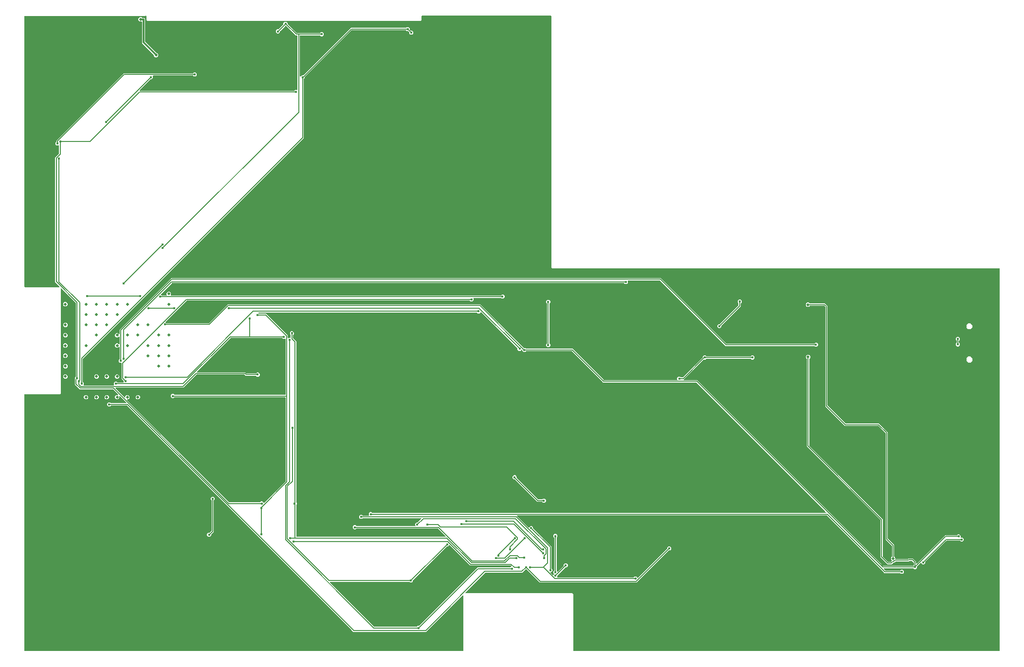
<source format=gbr>
G04 EAGLE Gerber RS-274X export*
G75*
%MOMM*%
%FSLAX34Y34*%
%LPD*%
%INBottom Copper*%
%IPPOS*%
%AMOC8*
5,1,8,0,0,1.08239X$1,22.5*%
G01*
G04 Define Apertures*
%ADD10C,0.150000*%
%ADD11C,0.452400*%
%ADD12C,0.502400*%
%ADD13C,0.300000*%
%ADD14C,0.152400*%
G36*
X1644773Y-829178D02*
X1644476Y-829238D01*
X904524Y-829238D01*
X904249Y-829187D01*
X903994Y-829023D01*
X903822Y-828773D01*
X903762Y-828476D01*
X903762Y-729856D01*
X902144Y-728238D01*
X716858Y-728238D01*
X716595Y-728191D01*
X716337Y-728032D01*
X716162Y-727784D01*
X716096Y-727488D01*
X716152Y-727190D01*
X716320Y-726937D01*
X750591Y-692666D01*
X750833Y-692503D01*
X751130Y-692443D01*
X815217Y-692443D01*
X820407Y-687253D01*
X820648Y-687090D01*
X820945Y-687030D01*
X822357Y-687030D01*
X822643Y-687085D01*
X822896Y-687253D01*
X845398Y-709755D01*
X1013964Y-709755D01*
X1069707Y-654013D01*
X1069948Y-653850D01*
X1070245Y-653790D01*
X1072068Y-653790D01*
X1074137Y-651721D01*
X1074137Y-648795D01*
X1072068Y-646726D01*
X1069142Y-646726D01*
X1067073Y-648795D01*
X1067073Y-650617D01*
X1067017Y-650903D01*
X1066850Y-651156D01*
X1016467Y-701539D01*
X1016236Y-701697D01*
X1015940Y-701762D01*
X1015642Y-701707D01*
X1015389Y-701539D01*
X1013206Y-699356D01*
X1010280Y-699356D01*
X1008991Y-700644D01*
X1008749Y-700807D01*
X1008452Y-700868D01*
X876557Y-700868D01*
X876294Y-700821D01*
X876036Y-700661D01*
X875860Y-700414D01*
X875795Y-700118D01*
X875851Y-699820D01*
X876018Y-699567D01*
X876082Y-699503D01*
X876082Y-697680D01*
X876138Y-697394D01*
X876305Y-697142D01*
X889657Y-683790D01*
X889898Y-683627D01*
X890195Y-683567D01*
X892018Y-683567D01*
X894087Y-681498D01*
X894087Y-678572D01*
X892018Y-676503D01*
X889092Y-676503D01*
X887023Y-678572D01*
X887023Y-680395D01*
X886967Y-680681D01*
X886800Y-680933D01*
X877274Y-690459D01*
X877044Y-690617D01*
X876748Y-690682D01*
X876449Y-690627D01*
X876197Y-690459D01*
X874793Y-689056D01*
X874630Y-688814D01*
X874570Y-688517D01*
X874570Y-632081D01*
X874626Y-631795D01*
X874793Y-631542D01*
X876082Y-630253D01*
X876082Y-627327D01*
X874013Y-625258D01*
X871087Y-625258D01*
X869018Y-627327D01*
X869018Y-630253D01*
X870307Y-631542D01*
X870470Y-631783D01*
X870530Y-632081D01*
X870530Y-688517D01*
X870474Y-688803D01*
X870307Y-689056D01*
X869018Y-690345D01*
X869018Y-693271D01*
X870132Y-694385D01*
X870290Y-694615D01*
X870356Y-694912D01*
X870300Y-695210D01*
X870132Y-695463D01*
X868903Y-696692D01*
X868673Y-696850D01*
X868377Y-696915D01*
X868079Y-696859D01*
X867826Y-696692D01*
X864312Y-693178D01*
X864159Y-692958D01*
X864089Y-692663D01*
X864140Y-692364D01*
X864304Y-692109D01*
X864554Y-691937D01*
X864851Y-691877D01*
X865011Y-691877D01*
X867080Y-689808D01*
X867080Y-686882D01*
X865791Y-685593D01*
X865628Y-685352D01*
X865568Y-685054D01*
X865568Y-647343D01*
X834063Y-615838D01*
X833900Y-615597D01*
X833840Y-615300D01*
X833840Y-613477D01*
X831771Y-611408D01*
X828845Y-611408D01*
X826661Y-613592D01*
X826430Y-613750D01*
X826134Y-613815D01*
X825836Y-613759D01*
X825583Y-613592D01*
X806015Y-594023D01*
X805862Y-593804D01*
X805792Y-593509D01*
X805843Y-593210D01*
X806007Y-592954D01*
X806257Y-592783D01*
X806554Y-592723D01*
X1344375Y-592723D01*
X1344661Y-592778D01*
X1344914Y-592946D01*
X1445103Y-693135D01*
X1471734Y-693135D01*
X1472020Y-693191D01*
X1472273Y-693358D01*
X1473562Y-694647D01*
X1476488Y-694647D01*
X1478557Y-692578D01*
X1478557Y-689652D01*
X1476488Y-687583D01*
X1473562Y-687583D01*
X1472273Y-688872D01*
X1472032Y-689035D01*
X1471734Y-689095D01*
X1447092Y-689095D01*
X1446806Y-689039D01*
X1446554Y-688872D01*
X1443808Y-686126D01*
X1443655Y-685906D01*
X1443585Y-685611D01*
X1443636Y-685312D01*
X1443799Y-685057D01*
X1444049Y-684885D01*
X1444346Y-684825D01*
X1494587Y-684825D01*
X1494873Y-684881D01*
X1495126Y-685048D01*
X1496415Y-686337D01*
X1499341Y-686337D01*
X1501410Y-684268D01*
X1501410Y-682445D01*
X1501465Y-682159D01*
X1501633Y-681907D01*
X1507696Y-675843D01*
X1507926Y-675685D01*
X1508222Y-675620D01*
X1508521Y-675676D01*
X1508773Y-675843D01*
X1510957Y-678027D01*
X1513883Y-678027D01*
X1515952Y-675958D01*
X1515952Y-674135D01*
X1516008Y-673849D01*
X1516175Y-673597D01*
X1552506Y-637266D01*
X1552748Y-637103D01*
X1553045Y-637043D01*
X1576302Y-637043D01*
X1576588Y-637098D01*
X1576841Y-637266D01*
X1578130Y-638555D01*
X1581056Y-638555D01*
X1583125Y-636486D01*
X1583125Y-633560D01*
X1581056Y-631491D01*
X1578347Y-631491D01*
X1578072Y-631439D01*
X1577816Y-631276D01*
X1577645Y-631026D01*
X1577585Y-630729D01*
X1577585Y-628020D01*
X1575516Y-625951D01*
X1572590Y-625951D01*
X1571301Y-627239D01*
X1571059Y-627402D01*
X1570762Y-627463D01*
X1550363Y-627463D01*
X1501333Y-676493D01*
X1501113Y-676646D01*
X1500818Y-676716D01*
X1500519Y-676665D01*
X1500264Y-676502D01*
X1500092Y-676251D01*
X1500032Y-675954D01*
X1500032Y-673158D01*
X1494842Y-667968D01*
X1486158Y-667968D01*
X1485382Y-668745D01*
X1485140Y-668908D01*
X1484843Y-668968D01*
X1464544Y-668968D01*
X1464269Y-668917D01*
X1464014Y-668753D01*
X1463842Y-668503D01*
X1463782Y-668206D01*
X1463782Y-666433D01*
X1462255Y-664907D01*
X1462092Y-664665D01*
X1462032Y-664368D01*
X1462032Y-644158D01*
X1451255Y-633382D01*
X1451092Y-633140D01*
X1451032Y-632843D01*
X1451032Y-448158D01*
X1435842Y-432968D01*
X1378157Y-432968D01*
X1377871Y-432912D01*
X1377619Y-432745D01*
X1346255Y-401382D01*
X1346092Y-401140D01*
X1346032Y-400843D01*
X1346032Y-228158D01*
X1341842Y-223968D01*
X1315632Y-223968D01*
X1315346Y-223912D01*
X1315093Y-223745D01*
X1313567Y-222218D01*
X1310433Y-222218D01*
X1308218Y-224433D01*
X1308218Y-227567D01*
X1310433Y-229782D01*
X1313567Y-229782D01*
X1315093Y-228255D01*
X1315335Y-228092D01*
X1315632Y-228032D01*
X1339843Y-228032D01*
X1340129Y-228088D01*
X1340382Y-228255D01*
X1341745Y-229619D01*
X1341908Y-229860D01*
X1341968Y-230157D01*
X1341968Y-402842D01*
X1376158Y-437032D01*
X1433843Y-437032D01*
X1434129Y-437088D01*
X1434382Y-437255D01*
X1446745Y-449619D01*
X1446908Y-449860D01*
X1446968Y-450157D01*
X1446968Y-634842D01*
X1457745Y-645619D01*
X1457908Y-645860D01*
X1457968Y-646157D01*
X1457968Y-664368D01*
X1457912Y-664654D01*
X1457745Y-664907D01*
X1456218Y-666433D01*
X1456218Y-669567D01*
X1457850Y-671199D01*
X1458008Y-671429D01*
X1458073Y-671725D01*
X1458018Y-672023D01*
X1457850Y-672276D01*
X1456382Y-673745D01*
X1456140Y-673908D01*
X1455843Y-673968D01*
X1452157Y-673968D01*
X1451871Y-673912D01*
X1451619Y-673745D01*
X1442255Y-664382D01*
X1442092Y-664140D01*
X1442032Y-663843D01*
X1442032Y-599158D01*
X1314255Y-471382D01*
X1314092Y-471140D01*
X1314032Y-470843D01*
X1314032Y-320632D01*
X1314088Y-320346D01*
X1314255Y-320093D01*
X1315782Y-318567D01*
X1315782Y-315433D01*
X1313567Y-313218D01*
X1310433Y-313218D01*
X1308218Y-315433D01*
X1308218Y-318567D01*
X1309745Y-320093D01*
X1309908Y-320335D01*
X1309968Y-320632D01*
X1309968Y-472842D01*
X1437745Y-600619D01*
X1437908Y-600860D01*
X1437968Y-601157D01*
X1437968Y-665842D01*
X1450158Y-678032D01*
X1457842Y-678032D01*
X1461075Y-674799D01*
X1461316Y-674636D01*
X1461613Y-674576D01*
X1462724Y-674576D01*
X1464045Y-673255D01*
X1464286Y-673092D01*
X1464584Y-673032D01*
X1486842Y-673032D01*
X1487619Y-672255D01*
X1487860Y-672092D01*
X1488157Y-672032D01*
X1492843Y-672032D01*
X1493129Y-672088D01*
X1493382Y-672255D01*
X1495745Y-674619D01*
X1495908Y-674860D01*
X1495968Y-675157D01*
X1495968Y-679404D01*
X1495912Y-679690D01*
X1495745Y-679943D01*
X1495126Y-680562D01*
X1494884Y-680725D01*
X1494587Y-680785D01*
X1442937Y-680785D01*
X1442651Y-680729D01*
X1442399Y-680562D01*
X1119224Y-357388D01*
X1096711Y-357388D01*
X1096448Y-357341D01*
X1096190Y-357181D01*
X1096015Y-356934D01*
X1095949Y-356638D01*
X1096005Y-356340D01*
X1096173Y-356087D01*
X1130647Y-321613D01*
X1130888Y-321450D01*
X1131185Y-321390D01*
X1133701Y-321390D01*
X1134989Y-320101D01*
X1135231Y-319938D01*
X1135528Y-319878D01*
X1212047Y-319878D01*
X1212333Y-319933D01*
X1212586Y-320101D01*
X1213875Y-321390D01*
X1216801Y-321390D01*
X1218870Y-319321D01*
X1218870Y-316395D01*
X1216801Y-314326D01*
X1213875Y-314326D01*
X1212586Y-315614D01*
X1212344Y-315777D01*
X1212047Y-315838D01*
X1135528Y-315838D01*
X1135242Y-315782D01*
X1134989Y-315614D01*
X1133701Y-314326D01*
X1130775Y-314326D01*
X1128706Y-316395D01*
X1128706Y-317525D01*
X1128650Y-317811D01*
X1128482Y-318063D01*
X1094229Y-352317D01*
X1093987Y-352480D01*
X1093690Y-352540D01*
X1091208Y-352540D01*
X1090922Y-352484D01*
X1090669Y-352317D01*
X1089381Y-351028D01*
X1086455Y-351028D01*
X1084386Y-353097D01*
X1084386Y-356023D01*
X1084449Y-356087D01*
X1084602Y-356306D01*
X1084672Y-356601D01*
X1084621Y-356900D01*
X1084458Y-357156D01*
X1084208Y-357327D01*
X1083910Y-357388D01*
X957495Y-357388D01*
X957209Y-357332D01*
X956956Y-357164D01*
X902472Y-302680D01*
X821826Y-302680D01*
X821540Y-302624D01*
X821287Y-302457D01*
X819998Y-301168D01*
X818175Y-301168D01*
X817889Y-301112D01*
X817637Y-300945D01*
X741812Y-225120D01*
X302478Y-225120D01*
X269461Y-258137D01*
X269220Y-258300D01*
X268923Y-258360D01*
X196498Y-258360D01*
X196212Y-258304D01*
X195959Y-258137D01*
X194556Y-256733D01*
X194398Y-256503D01*
X194333Y-256207D01*
X194388Y-255909D01*
X194556Y-255656D01*
X231216Y-218996D01*
X231458Y-218833D01*
X231755Y-218773D01*
X723142Y-218773D01*
X723428Y-218828D01*
X723681Y-218996D01*
X724970Y-220285D01*
X727896Y-220285D01*
X729965Y-218216D01*
X729965Y-215290D01*
X729901Y-215226D01*
X729748Y-215006D01*
X729678Y-214711D01*
X729729Y-214412D01*
X729892Y-214157D01*
X730142Y-213985D01*
X730440Y-213925D01*
X777157Y-213925D01*
X777443Y-213981D01*
X777696Y-214148D01*
X778985Y-215437D01*
X781911Y-215437D01*
X783980Y-213368D01*
X783980Y-210442D01*
X781911Y-208373D01*
X778985Y-208373D01*
X777696Y-209662D01*
X777454Y-209825D01*
X777157Y-209885D01*
X204359Y-209885D01*
X204096Y-209838D01*
X203838Y-209679D01*
X203662Y-209431D01*
X203597Y-209135D01*
X203653Y-208837D01*
X203820Y-208584D01*
X203838Y-208567D01*
X203838Y-205433D01*
X201623Y-203218D01*
X198490Y-203218D01*
X196274Y-205433D01*
X196274Y-208567D01*
X196292Y-208584D01*
X196445Y-208804D01*
X196515Y-209099D01*
X196464Y-209398D01*
X196300Y-209653D01*
X196050Y-209825D01*
X195753Y-209885D01*
X188188Y-209885D01*
X187902Y-209829D01*
X187649Y-209662D01*
X186246Y-208258D01*
X186088Y-208028D01*
X186023Y-207732D01*
X186078Y-207434D01*
X186246Y-207181D01*
X204901Y-188526D01*
X205143Y-188363D01*
X205440Y-188303D01*
X991832Y-188303D01*
X992118Y-188358D01*
X992371Y-188526D01*
X993660Y-189815D01*
X996586Y-189815D01*
X998655Y-187746D01*
X998655Y-184820D01*
X998591Y-184756D01*
X998438Y-184536D01*
X998368Y-184241D01*
X998419Y-183942D01*
X998582Y-183687D01*
X998832Y-183515D01*
X999130Y-183455D01*
X1054218Y-183455D01*
X1054504Y-183511D01*
X1054756Y-183678D01*
X1168796Y-297718D01*
X1322489Y-297718D01*
X1322775Y-297773D01*
X1323028Y-297941D01*
X1324317Y-299230D01*
X1327243Y-299230D01*
X1329312Y-297161D01*
X1329312Y-294235D01*
X1327243Y-292166D01*
X1324317Y-292166D01*
X1323028Y-293454D01*
X1322786Y-293617D01*
X1322489Y-293678D01*
X1170785Y-293678D01*
X1170499Y-293622D01*
X1170246Y-293454D01*
X1056207Y-179415D01*
X204143Y-179415D01*
X114320Y-269238D01*
X114320Y-276076D01*
X114273Y-276339D01*
X114114Y-276597D01*
X113866Y-276773D01*
X113570Y-276838D01*
X113272Y-276782D01*
X113019Y-276615D01*
X111623Y-275218D01*
X108490Y-275218D01*
X106274Y-277433D01*
X106274Y-280567D01*
X108490Y-282782D01*
X111623Y-282782D01*
X113019Y-281385D01*
X113239Y-281232D01*
X113534Y-281163D01*
X113833Y-281214D01*
X114088Y-281377D01*
X114260Y-281627D01*
X114320Y-281924D01*
X114320Y-294076D01*
X114273Y-294339D01*
X114114Y-294597D01*
X113866Y-294773D01*
X113570Y-294838D01*
X113272Y-294782D01*
X113019Y-294615D01*
X111623Y-293218D01*
X108490Y-293218D01*
X106274Y-295433D01*
X106274Y-298567D01*
X108490Y-300782D01*
X111623Y-300782D01*
X113019Y-299385D01*
X113239Y-299232D01*
X113534Y-299163D01*
X113833Y-299214D01*
X114088Y-299377D01*
X114260Y-299627D01*
X114320Y-299924D01*
X114320Y-320107D01*
X114264Y-320393D01*
X114097Y-320646D01*
X112808Y-321935D01*
X112808Y-324861D01*
X114877Y-326930D01*
X117021Y-326930D01*
X117295Y-326981D01*
X117551Y-327144D01*
X117722Y-327394D01*
X117783Y-327692D01*
X117783Y-354704D01*
X120895Y-357817D01*
X121058Y-358058D01*
X121118Y-358355D01*
X121118Y-360178D01*
X121182Y-360242D01*
X121335Y-360461D01*
X121405Y-360756D01*
X121354Y-361055D01*
X121190Y-361311D01*
X120940Y-361482D01*
X120643Y-361543D01*
X111321Y-361543D01*
X111035Y-361487D01*
X110782Y-361319D01*
X109493Y-360031D01*
X106567Y-360031D01*
X104498Y-362100D01*
X104498Y-365026D01*
X104562Y-365089D01*
X104715Y-365309D01*
X104785Y-365604D01*
X104734Y-365903D01*
X104570Y-366158D01*
X104320Y-366330D01*
X104023Y-366390D01*
X52482Y-366390D01*
X52219Y-366343D01*
X51961Y-366184D01*
X51785Y-365936D01*
X51720Y-365640D01*
X51776Y-365342D01*
X51943Y-365089D01*
X52007Y-365026D01*
X52007Y-362100D01*
X50718Y-360811D01*
X50555Y-360569D01*
X50495Y-360272D01*
X50495Y-320395D01*
X50551Y-320109D01*
X50718Y-319856D01*
X434833Y64258D01*
X434833Y167064D01*
X434888Y167350D01*
X435056Y167603D01*
X436345Y168892D01*
X436345Y170022D01*
X436400Y170308D01*
X436568Y170561D01*
X517911Y251904D01*
X518153Y252067D01*
X518450Y252128D01*
X612342Y252128D01*
X612628Y252072D01*
X612881Y251904D01*
X614170Y250616D01*
X615992Y250616D01*
X616278Y250560D01*
X616531Y250392D01*
X618110Y248813D01*
X618273Y248572D01*
X618333Y248275D01*
X618333Y246452D01*
X620402Y244383D01*
X623328Y244383D01*
X625397Y246452D01*
X625397Y249378D01*
X623328Y251447D01*
X621505Y251447D01*
X621219Y251503D01*
X620967Y251670D01*
X619388Y253249D01*
X619225Y253491D01*
X619165Y253788D01*
X619165Y255611D01*
X617096Y257680D01*
X614170Y257680D01*
X612881Y256391D01*
X612639Y256228D01*
X612342Y256168D01*
X516461Y256168D01*
X434403Y174110D01*
X434162Y173947D01*
X433865Y173887D01*
X431350Y173887D01*
X429208Y171746D01*
X428989Y171593D01*
X428694Y171523D01*
X428395Y171574D01*
X428139Y171737D01*
X427968Y171987D01*
X427908Y172285D01*
X427908Y242363D01*
X427959Y242638D01*
X428122Y242893D01*
X428372Y243065D01*
X428670Y243125D01*
X462762Y243125D01*
X463048Y243069D01*
X463301Y242902D01*
X464590Y241613D01*
X467516Y241613D01*
X469585Y243682D01*
X469585Y246608D01*
X467516Y248677D01*
X464590Y248677D01*
X463301Y247388D01*
X463059Y247225D01*
X462762Y247165D01*
X422885Y247165D01*
X422599Y247221D01*
X422346Y247388D01*
X406790Y262944D01*
X406627Y263186D01*
X406567Y263483D01*
X406567Y264613D01*
X404498Y266682D01*
X401572Y266682D01*
X399503Y264613D01*
X399503Y262790D01*
X399447Y262504D01*
X399280Y262252D01*
X390776Y253748D01*
X390534Y253585D01*
X390237Y253525D01*
X388415Y253525D01*
X386346Y251456D01*
X386346Y248530D01*
X388415Y246461D01*
X391341Y246461D01*
X393410Y248530D01*
X393410Y250352D01*
X393465Y250638D01*
X393633Y250891D01*
X402137Y259395D01*
X402378Y259558D01*
X402675Y259618D01*
X404087Y259618D01*
X404373Y259562D01*
X404626Y259395D01*
X420896Y243125D01*
X423106Y243125D01*
X423380Y243074D01*
X423636Y242910D01*
X423807Y242660D01*
X423868Y242363D01*
X423868Y148740D01*
X423821Y148476D01*
X423661Y148218D01*
X423414Y148043D01*
X423118Y147978D01*
X422820Y148033D01*
X422567Y148201D01*
X422503Y148265D01*
X419577Y148265D01*
X418288Y146976D01*
X418047Y146813D01*
X417749Y146753D01*
X150064Y146753D01*
X149801Y146799D01*
X149542Y146959D01*
X149367Y147206D01*
X149302Y147502D01*
X149358Y147800D01*
X149525Y148053D01*
X168072Y166600D01*
X168313Y166763D01*
X168610Y166823D01*
X170433Y166823D01*
X172502Y168892D01*
X172502Y171818D01*
X172438Y171882D01*
X172285Y172101D01*
X172216Y172396D01*
X172266Y172695D01*
X172430Y172951D01*
X172680Y173122D01*
X172977Y173183D01*
X241854Y173183D01*
X242140Y173127D01*
X242393Y172959D01*
X243682Y171671D01*
X246608Y171671D01*
X248677Y173740D01*
X248677Y176666D01*
X246608Y178735D01*
X243682Y178735D01*
X242393Y177446D01*
X242152Y177283D01*
X241854Y177223D01*
X121043Y177223D01*
X4213Y60392D01*
X4213Y57998D01*
X4157Y57712D01*
X3989Y57459D01*
X2701Y56171D01*
X2701Y53245D01*
X4770Y51176D01*
X7696Y51176D01*
X7759Y51239D01*
X7979Y51392D01*
X8274Y51462D01*
X8573Y51411D01*
X8828Y51248D01*
X9000Y50998D01*
X9060Y50700D01*
X9060Y37855D01*
X9004Y37569D01*
X8837Y37316D01*
X2135Y30614D01*
X2135Y-186427D01*
X9645Y-193937D01*
X9798Y-194157D01*
X9868Y-194452D01*
X9817Y-194751D01*
X9654Y-195006D01*
X9404Y-195178D01*
X9107Y-195238D01*
X-50476Y-195238D01*
X-50751Y-195187D01*
X-51006Y-195023D01*
X-51178Y-194773D01*
X-51238Y-194476D01*
X-51238Y276238D01*
X-51187Y276513D01*
X-51023Y276768D01*
X-50773Y276940D01*
X-50476Y277000D01*
X158912Y277000D01*
X159017Y277025D01*
X159094Y277080D01*
X159100Y277072D01*
X159256Y277178D01*
X159554Y277238D01*
X160476Y277238D01*
X160751Y277187D01*
X161006Y277023D01*
X161178Y276773D01*
X161238Y276476D01*
X161238Y269856D01*
X162856Y268238D01*
X638144Y268238D01*
X639762Y269856D01*
X639762Y276476D01*
X639813Y276751D01*
X639977Y277006D01*
X640227Y277178D01*
X640524Y277238D01*
X864476Y277238D01*
X864751Y277187D01*
X865006Y277023D01*
X865178Y276773D01*
X865238Y276476D01*
X865238Y-161144D01*
X866856Y-162762D01*
X1644476Y-162762D01*
X1644751Y-162813D01*
X1645006Y-162977D01*
X1645178Y-163227D01*
X1645238Y-163524D01*
X1645238Y-828476D01*
X1645187Y-828751D01*
X1645023Y-829006D01*
X1644773Y-829178D01*
G37*
%LPC*%
G36*
X176433Y205218D02*
X179567Y205218D01*
X181782Y207433D01*
X181782Y210567D01*
X179567Y212782D01*
X178451Y212782D01*
X178165Y212838D01*
X177912Y213005D01*
X159275Y231642D01*
X159112Y231884D01*
X159052Y232181D01*
X159052Y272147D01*
X157429Y273770D01*
X153894Y273770D01*
X153608Y273826D01*
X153355Y273993D01*
X152567Y274782D01*
X149433Y274782D01*
X147218Y272567D01*
X147218Y269433D01*
X149433Y267218D01*
X152750Y267218D01*
X153025Y267167D01*
X153280Y267003D01*
X153452Y266753D01*
X153512Y266456D01*
X153512Y229571D01*
X173995Y209088D01*
X174158Y208846D01*
X174218Y208549D01*
X174218Y207433D01*
X176433Y205218D01*
G37*
G36*
X1156397Y-266682D02*
X1159323Y-266682D01*
X1161392Y-264613D01*
X1161392Y-262790D01*
X1161448Y-262504D01*
X1161615Y-262252D01*
X1195198Y-228669D01*
X1195198Y-223506D01*
X1195253Y-223220D01*
X1195421Y-222967D01*
X1196710Y-221678D01*
X1196710Y-218752D01*
X1194641Y-216683D01*
X1191715Y-216683D01*
X1189646Y-218752D01*
X1189646Y-221678D01*
X1190934Y-222967D01*
X1191097Y-223208D01*
X1191158Y-223506D01*
X1191158Y-226680D01*
X1191102Y-226966D01*
X1190934Y-227219D01*
X1158758Y-259395D01*
X1158517Y-259558D01*
X1158220Y-259618D01*
X1156397Y-259618D01*
X1154328Y-261687D01*
X1154328Y-264613D01*
X1156397Y-266682D01*
G37*
G36*
X858622Y-299922D02*
X861548Y-299922D01*
X863617Y-297853D01*
X863617Y-294927D01*
X862328Y-293638D01*
X862165Y-293397D01*
X862105Y-293099D01*
X862105Y-224198D01*
X862161Y-223912D01*
X862328Y-223659D01*
X863617Y-222371D01*
X863617Y-219445D01*
X861548Y-217376D01*
X858622Y-217376D01*
X856553Y-219445D01*
X856553Y-222371D01*
X857842Y-223659D01*
X858005Y-223901D01*
X858065Y-224198D01*
X858065Y-293099D01*
X858009Y-293385D01*
X857842Y-293638D01*
X856553Y-294927D01*
X856553Y-297853D01*
X858622Y-299922D01*
G37*
G36*
X1590603Y-268750D02*
X1594953Y-268750D01*
X1598028Y-265675D01*
X1598028Y-261325D01*
X1594953Y-258250D01*
X1590603Y-258250D01*
X1587528Y-261325D01*
X1587528Y-265675D01*
X1590603Y-268750D01*
G37*
G36*
X1571205Y-298537D02*
X1574131Y-298537D01*
X1576200Y-296468D01*
X1576200Y-293542D01*
X1574911Y-292253D01*
X1574748Y-292012D01*
X1574688Y-291714D01*
X1574688Y-288601D01*
X1574743Y-288315D01*
X1574911Y-288062D01*
X1576200Y-286773D01*
X1576200Y-283847D01*
X1574131Y-281778D01*
X1571205Y-281778D01*
X1569136Y-283847D01*
X1569136Y-286773D01*
X1570424Y-288062D01*
X1570587Y-288303D01*
X1570648Y-288601D01*
X1570648Y-291714D01*
X1570592Y-292000D01*
X1570424Y-292253D01*
X1569136Y-293542D01*
X1569136Y-296468D01*
X1571205Y-298537D01*
G37*
G36*
X1590603Y-326550D02*
X1594953Y-326550D01*
X1598028Y-323475D01*
X1598028Y-319125D01*
X1594953Y-316050D01*
X1590603Y-316050D01*
X1587528Y-319125D01*
X1587528Y-323475D01*
X1590603Y-326550D01*
G37*
G36*
X108490Y-354782D02*
X111623Y-354782D01*
X113838Y-352567D01*
X113838Y-349433D01*
X111623Y-347218D01*
X108490Y-347218D01*
X106274Y-349433D01*
X106274Y-352567D01*
X108490Y-354782D01*
G37*
G36*
X90490Y-354782D02*
X93623Y-354782D01*
X95838Y-352567D01*
X95838Y-349433D01*
X93623Y-347218D01*
X90490Y-347218D01*
X88274Y-349433D01*
X88274Y-352567D01*
X90490Y-354782D01*
G37*
G36*
X72490Y-354782D02*
X75623Y-354782D01*
X77838Y-352567D01*
X77838Y-349433D01*
X75623Y-347218D01*
X72490Y-347218D01*
X70274Y-349433D01*
X70274Y-352567D01*
X72490Y-354782D01*
G37*
%LPD*%
G36*
X711773Y-829178D02*
X711476Y-829238D01*
X-50476Y-829238D01*
X-50751Y-829187D01*
X-51006Y-829023D01*
X-51178Y-828773D01*
X-51238Y-828476D01*
X-51238Y-382524D01*
X-51187Y-382249D01*
X-51023Y-381994D01*
X-50773Y-381822D01*
X-50476Y-381762D01*
X10144Y-381762D01*
X11762Y-380144D01*
X11762Y-197893D01*
X11809Y-197630D01*
X11968Y-197372D01*
X12216Y-197197D01*
X12512Y-197131D01*
X12810Y-197187D01*
X13063Y-197355D01*
X37922Y-222214D01*
X38085Y-222455D01*
X38145Y-222752D01*
X38145Y-350577D01*
X38089Y-350863D01*
X37922Y-351116D01*
X36633Y-352405D01*
X36633Y-355377D01*
X36700Y-355476D01*
X36760Y-355773D01*
X36760Y-365092D01*
X44868Y-373200D01*
X102723Y-373200D01*
X103009Y-373256D01*
X103261Y-373423D01*
X111755Y-381917D01*
X111908Y-382137D01*
X111978Y-382432D01*
X111927Y-382731D01*
X111764Y-382986D01*
X111514Y-383158D01*
X111217Y-383218D01*
X108490Y-383218D01*
X106274Y-385433D01*
X106274Y-388567D01*
X108490Y-390782D01*
X111623Y-390782D01*
X113838Y-388567D01*
X113838Y-385839D01*
X113885Y-385576D01*
X114044Y-385318D01*
X114292Y-385143D01*
X114588Y-385078D01*
X114886Y-385133D01*
X115139Y-385301D01*
X126090Y-396252D01*
X126243Y-396471D01*
X126313Y-396766D01*
X126262Y-397065D01*
X126099Y-397321D01*
X125848Y-397492D01*
X125551Y-397553D01*
X99548Y-397553D01*
X99262Y-397497D01*
X99009Y-397329D01*
X97721Y-396041D01*
X94795Y-396041D01*
X92726Y-398110D01*
X92726Y-401036D01*
X94795Y-403105D01*
X97721Y-403105D01*
X99009Y-401816D01*
X99251Y-401653D01*
X99548Y-401593D01*
X126960Y-401593D01*
X127246Y-401648D01*
X127499Y-401816D01*
X521308Y-795625D01*
X647632Y-795625D01*
X710937Y-732320D01*
X711157Y-732167D01*
X711452Y-732097D01*
X711751Y-732148D01*
X712006Y-732311D01*
X712178Y-732561D01*
X712238Y-732858D01*
X712238Y-828476D01*
X712187Y-828751D01*
X712023Y-829006D01*
X711773Y-829178D01*
G37*
%LPC*%
G36*
X18490Y-228782D02*
X21623Y-228782D01*
X23838Y-226567D01*
X23838Y-223433D01*
X21623Y-221218D01*
X18490Y-221218D01*
X16274Y-223433D01*
X16274Y-226567D01*
X18490Y-228782D01*
G37*
G36*
X18490Y-264782D02*
X21623Y-264782D01*
X23838Y-262567D01*
X23838Y-259433D01*
X21623Y-257218D01*
X18490Y-257218D01*
X16274Y-259433D01*
X16274Y-262567D01*
X18490Y-264782D01*
G37*
G36*
X18490Y-282782D02*
X21623Y-282782D01*
X23838Y-280567D01*
X23838Y-277433D01*
X21623Y-275218D01*
X18490Y-275218D01*
X16274Y-277433D01*
X16274Y-280567D01*
X18490Y-282782D01*
G37*
G36*
X18490Y-300782D02*
X21623Y-300782D01*
X23838Y-298567D01*
X23838Y-295433D01*
X21623Y-293218D01*
X18490Y-293218D01*
X16274Y-295433D01*
X16274Y-298567D01*
X18490Y-300782D01*
G37*
G36*
X18490Y-318782D02*
X21623Y-318782D01*
X23838Y-316567D01*
X23838Y-313433D01*
X21623Y-311218D01*
X18490Y-311218D01*
X16274Y-313433D01*
X16274Y-316567D01*
X18490Y-318782D01*
G37*
G36*
X18490Y-336782D02*
X21623Y-336782D01*
X23838Y-334567D01*
X23838Y-331433D01*
X21623Y-329218D01*
X18490Y-329218D01*
X16274Y-331433D01*
X16274Y-334567D01*
X18490Y-336782D01*
G37*
G36*
X18490Y-354782D02*
X21623Y-354782D01*
X23838Y-352567D01*
X23838Y-349433D01*
X21623Y-347218D01*
X18490Y-347218D01*
X16274Y-349433D01*
X16274Y-352567D01*
X18490Y-354782D01*
G37*
G36*
X90490Y-390782D02*
X93623Y-390782D01*
X95838Y-388567D01*
X95838Y-385433D01*
X93623Y-383218D01*
X90490Y-383218D01*
X88274Y-385433D01*
X88274Y-388567D01*
X90490Y-390782D01*
G37*
G36*
X72490Y-390782D02*
X75623Y-390782D01*
X77838Y-388567D01*
X77838Y-385433D01*
X75623Y-383218D01*
X72490Y-383218D01*
X70274Y-385433D01*
X70274Y-388567D01*
X72490Y-390782D01*
G37*
G36*
X54490Y-390782D02*
X57623Y-390782D01*
X59838Y-388567D01*
X59838Y-385433D01*
X57623Y-383218D01*
X54490Y-383218D01*
X52274Y-385433D01*
X52274Y-388567D01*
X54490Y-390782D01*
G37*
G36*
X268612Y-630245D02*
X271538Y-630245D01*
X273607Y-628176D01*
X273607Y-626353D01*
X273663Y-626067D01*
X273830Y-625814D01*
X278328Y-621317D01*
X278328Y-566986D01*
X278383Y-566700D01*
X278551Y-566447D01*
X279840Y-565158D01*
X279840Y-562232D01*
X277771Y-560163D01*
X274845Y-560163D01*
X272776Y-562232D01*
X272776Y-565158D01*
X274064Y-566447D01*
X274227Y-566688D01*
X274288Y-566986D01*
X274288Y-619328D01*
X274232Y-619614D01*
X274064Y-619866D01*
X270973Y-622957D01*
X270732Y-623120D01*
X270435Y-623181D01*
X268612Y-623181D01*
X266543Y-625250D01*
X266543Y-628176D01*
X268612Y-630245D01*
G37*
%LPD*%
G36*
X681233Y-630172D02*
X680936Y-630233D01*
X422437Y-630233D01*
X422162Y-630181D01*
X421907Y-630018D01*
X421735Y-629768D01*
X421675Y-629471D01*
X421675Y-574603D01*
X421731Y-574317D01*
X421898Y-574064D01*
X422495Y-573468D01*
X422495Y-570542D01*
X421898Y-569946D01*
X421735Y-569704D01*
X421675Y-569407D01*
X421675Y-290013D01*
X416358Y-284696D01*
X416195Y-284455D01*
X416135Y-284158D01*
X416135Y-278906D01*
X416191Y-278620D01*
X416358Y-278367D01*
X417647Y-277078D01*
X417647Y-274152D01*
X415578Y-272083D01*
X412652Y-272083D01*
X410583Y-274152D01*
X410583Y-277078D01*
X411872Y-278367D01*
X412035Y-278608D01*
X412095Y-278906D01*
X412095Y-283094D01*
X412044Y-283368D01*
X411880Y-283624D01*
X411630Y-283795D01*
X411333Y-283856D01*
X408497Y-283856D01*
X408433Y-283919D01*
X408214Y-284072D01*
X407919Y-284142D01*
X407620Y-284091D01*
X407364Y-283928D01*
X407193Y-283678D01*
X407133Y-283380D01*
X407133Y-279626D01*
X369247Y-241740D01*
X357158Y-241740D01*
X356872Y-241684D01*
X356619Y-241517D01*
X355951Y-240848D01*
X355798Y-240629D01*
X355728Y-240334D01*
X355779Y-240035D01*
X355942Y-239779D01*
X356192Y-239608D01*
X356490Y-239548D01*
X735607Y-239548D01*
X735893Y-239603D01*
X736146Y-239771D01*
X737435Y-241060D01*
X740361Y-241060D01*
X742544Y-238876D01*
X742775Y-238718D01*
X743071Y-238653D01*
X743369Y-238708D01*
X743622Y-238876D01*
X806470Y-301724D01*
X806633Y-301966D01*
X806693Y-302263D01*
X806693Y-304086D01*
X808762Y-306155D01*
X811688Y-306155D01*
X813702Y-304140D01*
X813922Y-303987D01*
X814217Y-303918D01*
X814516Y-303968D01*
X814771Y-304132D01*
X814943Y-304382D01*
X815003Y-304679D01*
X815003Y-306163D01*
X817072Y-308232D01*
X819998Y-308232D01*
X821287Y-306943D01*
X821528Y-306780D01*
X821826Y-306720D01*
X900483Y-306720D01*
X900769Y-306776D01*
X901021Y-306943D01*
X955506Y-361428D01*
X1117235Y-361428D01*
X1117521Y-361483D01*
X1117774Y-361651D01*
X1343505Y-587382D01*
X1343658Y-587601D01*
X1343728Y-587896D01*
X1343677Y-588195D01*
X1343514Y-588451D01*
X1343263Y-588622D01*
X1342966Y-588683D01*
X554521Y-588683D01*
X554235Y-588627D01*
X553982Y-588459D01*
X552693Y-587171D01*
X549767Y-587171D01*
X547698Y-589240D01*
X547698Y-592166D01*
X547762Y-592229D01*
X547915Y-592449D01*
X547985Y-592744D01*
X547934Y-593043D01*
X547770Y-593298D01*
X547520Y-593470D01*
X547223Y-593530D01*
X537901Y-593530D01*
X537615Y-593474D01*
X537362Y-593307D01*
X536073Y-592018D01*
X533147Y-592018D01*
X531078Y-594087D01*
X531078Y-597013D01*
X533147Y-599082D01*
X536073Y-599082D01*
X537362Y-597793D01*
X537603Y-597630D01*
X537901Y-597570D01*
X638694Y-597570D01*
X638957Y-597617D01*
X639215Y-597776D01*
X639390Y-598024D01*
X639456Y-598320D01*
X639400Y-598618D01*
X639232Y-598871D01*
X633151Y-604952D01*
X632909Y-605115D01*
X632612Y-605176D01*
X630790Y-605176D01*
X628721Y-607245D01*
X628721Y-610171D01*
X628784Y-610234D01*
X628937Y-610454D01*
X629007Y-610749D01*
X628956Y-611048D01*
X628793Y-611303D01*
X628543Y-611475D01*
X628245Y-611535D01*
X526821Y-611535D01*
X526535Y-611479D01*
X526282Y-611312D01*
X524993Y-610023D01*
X522067Y-610023D01*
X519998Y-612092D01*
X519998Y-615018D01*
X522067Y-617087D01*
X524993Y-617087D01*
X526282Y-615798D01*
X526523Y-615635D01*
X526821Y-615575D01*
X667803Y-615575D01*
X668089Y-615631D01*
X668341Y-615798D01*
X681475Y-628932D01*
X681628Y-629151D01*
X681698Y-629446D01*
X681647Y-629745D01*
X681484Y-630001D01*
X681233Y-630172D01*
G37*
%LPC*%
G36*
X851005Y-570690D02*
X853931Y-570690D01*
X856000Y-568621D01*
X856000Y-565695D01*
X853931Y-563626D01*
X851005Y-563626D01*
X849716Y-564914D01*
X849474Y-565077D01*
X849177Y-565138D01*
X843452Y-565138D01*
X843166Y-565082D01*
X842914Y-564914D01*
X805278Y-527278D01*
X805115Y-527037D01*
X805055Y-526740D01*
X805055Y-524917D01*
X802986Y-522848D01*
X800060Y-522848D01*
X797991Y-524917D01*
X797991Y-527843D01*
X800060Y-529912D01*
X801882Y-529912D01*
X802168Y-529968D01*
X802421Y-530135D01*
X841463Y-569178D01*
X849177Y-569178D01*
X849463Y-569233D01*
X849716Y-569401D01*
X851005Y-570690D01*
G37*
%LPD*%
G36*
X365979Y-570815D02*
X365683Y-570880D01*
X365384Y-570824D01*
X365132Y-570657D01*
X362948Y-568473D01*
X360022Y-568473D01*
X358733Y-569762D01*
X358492Y-569925D01*
X358194Y-569985D01*
X305852Y-569985D01*
X305566Y-569929D01*
X305314Y-569762D01*
X127635Y-392083D01*
X127482Y-391863D01*
X127412Y-391568D01*
X127463Y-391269D01*
X127626Y-391014D01*
X127876Y-390842D01*
X128173Y-390782D01*
X129623Y-390782D01*
X131838Y-388567D01*
X131838Y-385433D01*
X129623Y-383218D01*
X126490Y-383218D01*
X124274Y-385433D01*
X124274Y-386883D01*
X124227Y-387146D01*
X124068Y-387404D01*
X123820Y-387580D01*
X123524Y-387645D01*
X123226Y-387589D01*
X122973Y-387422D01*
X107283Y-371731D01*
X107130Y-371511D01*
X107060Y-371216D01*
X107111Y-370917D01*
X107274Y-370662D01*
X107524Y-370490D01*
X107821Y-370430D01*
X225207Y-370430D01*
X247836Y-347801D01*
X248078Y-347638D01*
X248375Y-347578D01*
X331248Y-347578D01*
X331534Y-347633D01*
X331786Y-347801D01*
X333641Y-349655D01*
X351269Y-349655D01*
X351555Y-349711D01*
X351808Y-349878D01*
X353097Y-351167D01*
X356023Y-351167D01*
X358092Y-349098D01*
X358092Y-346172D01*
X356023Y-344103D01*
X353097Y-344103D01*
X351808Y-345392D01*
X351567Y-345555D01*
X351269Y-345615D01*
X335630Y-345615D01*
X335344Y-345559D01*
X335091Y-345392D01*
X333237Y-343538D01*
X249784Y-343538D01*
X249521Y-343491D01*
X249262Y-343331D01*
X249087Y-343084D01*
X249022Y-342788D01*
X249078Y-342490D01*
X249245Y-342237D01*
X307391Y-284091D01*
X307633Y-283928D01*
X307930Y-283868D01*
X396974Y-283868D01*
X397260Y-283923D01*
X397513Y-284091D01*
X398802Y-285380D01*
X401728Y-285380D01*
X401792Y-285316D01*
X402011Y-285163D01*
X402306Y-285093D01*
X402605Y-285144D01*
X402861Y-285307D01*
X403032Y-285557D01*
X403093Y-285855D01*
X403093Y-382248D01*
X403041Y-382523D01*
X402878Y-382778D01*
X402628Y-382950D01*
X402331Y-383010D01*
X210348Y-383010D01*
X210062Y-382954D01*
X209809Y-382787D01*
X208521Y-381498D01*
X205595Y-381498D01*
X203526Y-383567D01*
X203526Y-386493D01*
X205595Y-388562D01*
X208521Y-388562D01*
X209809Y-387273D01*
X210051Y-387110D01*
X210348Y-387050D01*
X402331Y-387050D01*
X402605Y-387101D01*
X402861Y-387265D01*
X403032Y-387515D01*
X403093Y-387812D01*
X403093Y-533458D01*
X403037Y-533744D01*
X402869Y-533996D01*
X366209Y-570657D01*
X365979Y-570815D01*
G37*
%LPC*%
G36*
X144490Y-390782D02*
X147623Y-390782D01*
X149838Y-388567D01*
X149838Y-385433D01*
X147623Y-383218D01*
X144490Y-383218D01*
X142274Y-385433D01*
X142274Y-388567D01*
X144490Y-390782D01*
G37*
%LPD*%
G36*
X631337Y-786677D02*
X631039Y-786738D01*
X557922Y-786738D01*
X557636Y-786682D01*
X557384Y-786514D01*
X480540Y-709671D01*
X480387Y-709451D01*
X480317Y-709156D01*
X480368Y-708857D01*
X480532Y-708602D01*
X480782Y-708430D01*
X481079Y-708370D01*
X617882Y-708370D01*
X618168Y-708426D01*
X618421Y-708593D01*
X619710Y-709882D01*
X622636Y-709882D01*
X624705Y-707813D01*
X624705Y-705990D01*
X624760Y-705704D01*
X624928Y-705452D01*
X683292Y-647088D01*
X683533Y-646925D01*
X683830Y-646865D01*
X685653Y-646865D01*
X687837Y-644681D01*
X688067Y-644523D01*
X688363Y-644458D01*
X688661Y-644513D01*
X688914Y-644681D01*
X724211Y-679978D01*
X794530Y-679978D01*
X794816Y-680033D01*
X795069Y-680201D01*
X795719Y-680851D01*
X795877Y-681081D01*
X795942Y-681378D01*
X795887Y-681676D01*
X795719Y-681928D01*
X794316Y-683332D01*
X794074Y-683495D01*
X793777Y-683555D01*
X736676Y-683555D01*
X635228Y-785002D01*
X634987Y-785165D01*
X634690Y-785226D01*
X632867Y-785226D01*
X631578Y-786514D01*
X631337Y-786677D01*
G37*
D10*
X1487490Y-719508D02*
X1547045Y-659953D01*
X1487490Y-720200D02*
X1497185Y-729895D01*
X1487490Y-720200D02*
X1487490Y-719508D01*
X1598983Y-328938D02*
X1626683Y-328938D01*
X1598983Y-328938D02*
X1595520Y-328938D01*
X1598983Y-328938D02*
X1598983Y-288773D01*
X1572668Y-262458D01*
X1560895Y-659953D02*
X1547045Y-659953D01*
X1560895Y-659953D02*
X1595520Y-625328D01*
X1595520Y-328938D01*
X1102460Y-235450D02*
X1089995Y-222985D01*
X1103153Y-235450D02*
X1127390Y-259688D01*
X1103153Y-235450D02*
X1102460Y-235450D01*
X1102460Y-236143D02*
X1078915Y-259688D01*
X1102460Y-236143D02*
X1102460Y-235450D01*
X1130160Y-263150D02*
X1130160Y-309548D01*
X1130160Y-263150D02*
X1127390Y-260380D01*
X1127390Y-259688D01*
X1518653Y-328938D02*
X1595520Y-328938D01*
X1518653Y-328938D02*
X1511728Y-322013D01*
X409268Y251378D02*
X397495Y251378D01*
X391263Y245145D01*
X238913Y245145D01*
X664108Y-669648D02*
X580315Y-753440D01*
X53323Y-340018D02*
X53323Y-330323D01*
X313703Y-350405D02*
X331015Y-350405D01*
X313703Y-350405D02*
X283925Y-380183D01*
X537380Y-711198D02*
X579623Y-753440D01*
X580315Y-753440D01*
X23545Y-211213D02*
X18005Y-211213D01*
X14543Y-214675D01*
X848313Y-314395D02*
X905098Y-314395D01*
X848313Y-314395D02*
X814380Y-348328D01*
D11*
X1547045Y-659953D03*
X1487490Y-719508D03*
X1497185Y-729895D03*
X1595520Y-328938D03*
X1626683Y-328938D03*
X1572668Y-262458D03*
X1102460Y-235450D03*
X1089995Y-222985D03*
X1127390Y-259688D03*
X1078915Y-259688D03*
X1130160Y-309548D03*
X1511728Y-322013D03*
X409268Y251378D03*
X238913Y245145D03*
X580315Y-753440D03*
X664108Y-669648D03*
X53323Y-340018D03*
X53323Y-330323D03*
X331015Y-350405D03*
X283925Y-380183D03*
X537380Y-711198D03*
X23545Y-211213D03*
X14543Y-214675D03*
X905098Y-314395D03*
X814380Y-348328D03*
D12*
X178000Y209000D03*
D13*
X156282Y230718D01*
X156282Y271000D01*
D12*
X151000Y271000D03*
D13*
X156282Y271000D01*
D10*
X1132238Y-317858D02*
X1215338Y-317858D01*
X1094843Y-354560D02*
X1087918Y-354560D01*
X1094843Y-354560D02*
X1131545Y-317858D01*
X1132238Y-317858D01*
D11*
X1215338Y-317858D03*
X1132238Y-317858D03*
X1087918Y-354560D03*
D10*
X780448Y-211905D02*
X184898Y-211905D01*
D11*
X184898Y-211905D03*
X780448Y-211905D03*
D10*
X551230Y-590703D02*
X1345528Y-590703D01*
X1445940Y-691115D01*
X1475025Y-691115D01*
D11*
X551230Y-590703D03*
X1475025Y-691115D03*
D10*
X1551893Y-635023D02*
X1579593Y-635023D01*
X1551893Y-635023D02*
X1512420Y-674495D01*
X209135Y-231988D02*
X164815Y-231988D01*
X304700Y-231988D02*
X739590Y-231988D01*
X810225Y-302623D01*
D11*
X1579593Y-635023D03*
X1512420Y-674495D03*
X164815Y-231988D03*
X209135Y-231988D03*
X304700Y-231988D03*
X810225Y-302623D03*
D12*
X1460000Y-668000D03*
D14*
X1460000Y-645000D01*
X1449000Y-634000D01*
X1449000Y-449000D01*
X1435000Y-435000D01*
X1377000Y-435000D01*
X1344000Y-402000D01*
X1344000Y-229000D01*
D12*
X1312000Y-226000D03*
D14*
X1341000Y-226000D02*
X1344000Y-229000D01*
X1341000Y-226000D02*
X1312000Y-226000D01*
D10*
X1551200Y-629483D02*
X1574053Y-629483D01*
X1551200Y-629483D02*
X1497878Y-682805D01*
X270075Y-260380D02*
X193208Y-260380D01*
X270075Y-260380D02*
X303315Y-227140D01*
X740975Y-227140D01*
X818535Y-304700D01*
X1441785Y-682805D02*
X1497878Y-682805D01*
X1441785Y-682805D02*
X1118388Y-359408D01*
X956343Y-359408D01*
X901635Y-304700D01*
X818535Y-304700D01*
D11*
X1574053Y-629483D03*
X1497878Y-682805D03*
X193208Y-260380D03*
X818535Y-304700D03*
D12*
X1312000Y-317000D03*
D14*
X1312000Y-472000D01*
X1440000Y-600000D01*
X1440000Y-665000D01*
X1451000Y-676000D01*
X1457000Y-676000D01*
X1460456Y-672544D01*
X1461882Y-672544D01*
X1463426Y-671000D01*
X1486000Y-671000D01*
X1487000Y-670000D01*
X1494000Y-670000D01*
X1498000Y-674000D01*
X1498000Y-682683D01*
X1497878Y-682805D01*
D10*
X621865Y247915D02*
X615633Y254148D01*
X48475Y-319243D02*
X48475Y-363563D01*
X48475Y-319243D02*
X432813Y65095D01*
X432813Y170355D01*
X517298Y254148D02*
X615633Y254148D01*
X517298Y254148D02*
X433505Y170355D01*
X432813Y170355D01*
D11*
X621865Y247915D03*
X615633Y254148D03*
X48475Y-363563D03*
X432813Y170355D03*
D10*
X119803Y-353868D02*
X124650Y-358715D01*
X119803Y-353868D02*
X119803Y-327553D01*
X230603Y-216753D01*
X726433Y-216753D01*
D11*
X124650Y-358715D03*
X726433Y-216753D03*
D10*
X1193178Y-220215D02*
X1193178Y-227833D01*
X1157860Y-263150D01*
D11*
X1193178Y-220215D03*
X1157860Y-263150D03*
D10*
X853160Y-662723D02*
X853160Y-666878D01*
X853160Y-662723D02*
X855930Y-659953D01*
X855930Y-650950D01*
X803300Y-598320D01*
X642640Y-598320D01*
X632253Y-608708D01*
D11*
X853160Y-666878D03*
X632253Y-608708D03*
D10*
X793605Y-647488D02*
X793605Y-652335D01*
X793605Y-647488D02*
X806763Y-634330D01*
X806763Y-631560D01*
X788065Y-612863D01*
X672418Y-612863D01*
X668263Y-608708D01*
X649565Y-608708D01*
D11*
X793605Y-652335D03*
X649565Y-608708D03*
D10*
X863548Y-648180D02*
X863548Y-688345D01*
X863548Y-648180D02*
X830308Y-614940D01*
D11*
X863548Y-688345D03*
X830308Y-614940D03*
D10*
X773523Y-661338D02*
X773523Y-662723D01*
X773523Y-661338D02*
X801915Y-632945D01*
D11*
X773523Y-662723D03*
X801915Y-632945D03*
D10*
X872550Y-698040D02*
X890555Y-680035D01*
D11*
X872550Y-698040D03*
X890555Y-680035D03*
D10*
X389878Y249993D02*
X403035Y263150D01*
X421733Y245145D02*
X425888Y245145D01*
X466053Y245145D01*
X421733Y245145D02*
X403728Y263150D01*
X403035Y263150D01*
X425888Y109415D02*
X189053Y-127420D01*
X425888Y109415D02*
X425888Y245145D01*
D11*
X389878Y249993D03*
X403035Y263150D03*
X466053Y245145D03*
X189053Y-127420D03*
D10*
X684190Y-643333D02*
X621173Y-706350D01*
X90718Y92103D02*
X168970Y170355D01*
X478518Y-706350D02*
X621173Y-706350D01*
X478518Y-706350D02*
X405805Y-633638D01*
X405805Y-542228D01*
X414808Y-533225D01*
X414808Y-440430D01*
D11*
X621173Y-706350D03*
X684190Y-643333D03*
X90718Y92103D03*
X168970Y170355D03*
X414808Y-440430D03*
D10*
X6233Y54708D02*
X6233Y59555D01*
X121880Y175203D01*
X245145Y175203D01*
X737513Y-685575D02*
X797068Y-685575D01*
X737513Y-685575D02*
X634330Y-788758D01*
X340710Y-281848D02*
X306778Y-281848D01*
X340710Y-281848D02*
X400265Y-281848D01*
X306778Y-281848D02*
X225063Y-363563D01*
X108030Y-363563D01*
X556770Y-788758D02*
X634330Y-788758D01*
X556770Y-788758D02*
X403035Y-635023D01*
X403035Y-540843D01*
X409960Y-533918D01*
X409960Y-287388D01*
X340710Y-281848D02*
X340710Y-249993D01*
D11*
X6233Y54708D03*
X245145Y175203D03*
X797068Y-685575D03*
X634330Y-788758D03*
X400265Y-281848D03*
X108030Y-363563D03*
X409960Y-287388D03*
X340710Y-249993D03*
D10*
X792913Y-667570D02*
X804685Y-667570D01*
X792913Y-667570D02*
X785295Y-675188D01*
X726433Y-675188D01*
X683498Y-632253D01*
X419655Y-632253D02*
X410653Y-632253D01*
X419655Y-632253D02*
X683498Y-632253D01*
X414115Y-285310D02*
X414115Y-275615D01*
X414115Y-285310D02*
X419655Y-290850D01*
X419655Y-572005D02*
X419655Y-632253D01*
X419655Y-572005D02*
X419655Y-290850D01*
X418963Y-572005D02*
X419655Y-572005D01*
X11080Y36703D02*
X11080Y58170D01*
X11080Y36703D02*
X4155Y29778D01*
X4155Y-185590D01*
X40165Y-221600D01*
X40165Y-353868D01*
X149580Y144733D02*
X421040Y144733D01*
X149580Y144733D02*
X63018Y58170D01*
X11080Y58170D01*
X304700Y-572005D02*
X361485Y-572005D01*
X304700Y-572005D02*
X103875Y-371180D01*
X45705Y-371180D01*
X38780Y-364255D01*
X38780Y-355945D01*
X40165Y-354560D01*
X40165Y-353868D01*
D11*
X804685Y-667570D03*
X410653Y-632253D03*
X414115Y-275615D03*
X418963Y-572005D03*
X11080Y58170D03*
X40165Y-353868D03*
X421040Y144733D03*
X361485Y-572005D03*
D10*
X360793Y-579623D02*
X360793Y-626020D01*
X353868Y-243760D02*
X368410Y-243760D01*
X405113Y-280463D01*
X405113Y-385030D02*
X405113Y-534610D01*
X405113Y-385030D02*
X405113Y-280463D01*
X405113Y-534610D02*
X360793Y-578930D01*
X360793Y-579623D01*
X405113Y-385030D02*
X207058Y-385030D01*
D11*
X360793Y-626020D03*
X360793Y-579623D03*
X353868Y-243760D03*
X207058Y-385030D03*
D10*
X801223Y-683498D02*
X808840Y-683498D01*
X801223Y-683498D02*
X795683Y-677958D01*
X725048Y-677958D01*
X685575Y-638485D01*
X416885Y-638485D01*
X276308Y-620480D02*
X276308Y-563695D01*
X276308Y-620480D02*
X270075Y-626713D01*
D11*
X808840Y-683498D03*
X416885Y-638485D03*
X276308Y-563695D03*
X270075Y-626713D03*
D10*
X9003Y-186283D02*
X9003Y28393D01*
X9003Y-186283D02*
X45013Y-222293D01*
X45013Y-357330D01*
X43628Y-358715D01*
X334478Y-347635D02*
X354560Y-347635D01*
X334478Y-347635D02*
X332400Y-345558D01*
X247223Y-345558D01*
X224370Y-368410D01*
X47090Y-368410D01*
X43628Y-364948D01*
X43628Y-358715D01*
D11*
X9003Y28393D03*
X43628Y-358715D03*
X354560Y-347635D03*
D10*
X828230Y-683498D02*
X851775Y-683498D01*
X871165Y-702888D01*
X1011743Y-702888D01*
X150273Y-211213D02*
X57478Y-211213D01*
X534610Y-595550D02*
X804685Y-595550D01*
X858700Y-649565D01*
X858700Y-675880D01*
X851775Y-682805D01*
X851775Y-683498D01*
D11*
X828230Y-683498D03*
X1011743Y-702888D03*
X57478Y-211213D03*
X150273Y-211213D03*
X534610Y-595550D03*
D10*
X821998Y-683498D02*
X846235Y-707735D01*
X1013128Y-707735D01*
X1070605Y-650258D01*
X128113Y-399573D02*
X96258Y-399573D01*
X128113Y-399573D02*
X522145Y-793605D01*
X646795Y-793605D01*
X749978Y-690423D01*
X814380Y-690423D01*
X821305Y-683498D01*
X821998Y-683498D01*
D11*
X821998Y-683498D03*
X1070605Y-650258D03*
X96258Y-399573D03*
D10*
X809533Y-666185D02*
X817843Y-666185D01*
X809533Y-666185D02*
X806070Y-662723D01*
X793605Y-662723D01*
X783910Y-672418D01*
X727818Y-672418D01*
X668955Y-613555D01*
X523530Y-613555D01*
X121188Y-189053D02*
X189053Y-121188D01*
D11*
X817843Y-666185D03*
X523530Y-613555D03*
X189053Y-121188D03*
X121188Y-189053D03*
D10*
X124650Y-352483D02*
X231988Y-352483D01*
X346943Y-237528D01*
X738898Y-237528D01*
D11*
X124650Y-352483D03*
X738898Y-237528D03*
D10*
X1572668Y-285310D02*
X1572668Y-295005D01*
D11*
X1572668Y-295005D03*
X1572668Y-285310D03*
D10*
X1169633Y-295698D02*
X1055370Y-181435D01*
X204980Y-181435D01*
X116340Y-270075D01*
X116340Y-323398D01*
D11*
X116340Y-323398D03*
X1325780Y-295698D03*
D10*
X1169633Y-295698D01*
X995123Y-186283D02*
X204288Y-186283D01*
X121188Y-269383D01*
X121188Y-319935D01*
D11*
X995123Y-186283D03*
X121188Y-319935D03*
D10*
X842300Y-567158D02*
X852468Y-567158D01*
X842300Y-567158D02*
X801523Y-526380D01*
D11*
X852468Y-567158D03*
X801523Y-526380D03*
D10*
X872550Y-628790D02*
X872550Y-691808D01*
D11*
X872550Y-691808D03*
X872550Y-628790D03*
D10*
X784603Y-667570D02*
X768675Y-667570D01*
X784603Y-667570D02*
X819228Y-632945D01*
D11*
X768675Y-667570D03*
X819228Y-632945D03*
D10*
X849005Y-652335D02*
X851083Y-652335D01*
X849005Y-652335D02*
X799838Y-603168D01*
X717430Y-603168D01*
D11*
X851083Y-652335D03*
X717430Y-603168D03*
D10*
X800530Y-608015D02*
X851083Y-658568D01*
X800530Y-608015D02*
X709120Y-608015D01*
D11*
X851083Y-658568D03*
X709120Y-608015D03*
D10*
X860085Y-296390D02*
X860085Y-220908D01*
D11*
X860085Y-296390D03*
X860085Y-220908D03*
D12*
X200056Y-207000D03*
X200056Y-225000D03*
X128056Y-225000D03*
X110056Y-225000D03*
X92056Y-225000D03*
X74056Y-225000D03*
X56056Y-225000D03*
X20056Y-225000D03*
X110056Y-243000D03*
X92056Y-243000D03*
X74056Y-243000D03*
X56056Y-243000D03*
X164056Y-261000D03*
X146056Y-261000D03*
X92056Y-261000D03*
X74056Y-261000D03*
X56056Y-261000D03*
X20056Y-261000D03*
X200056Y-279000D03*
X182056Y-279000D03*
X146056Y-279000D03*
X128056Y-279000D03*
X110056Y-279000D03*
X74056Y-279000D03*
X20056Y-279000D03*
X200056Y-297000D03*
X182056Y-297000D03*
X146056Y-387000D03*
X128056Y-387000D03*
X110056Y-387000D03*
X92056Y-387000D03*
X74056Y-387000D03*
X56056Y-387000D03*
X20056Y-351000D03*
X74056Y-351000D03*
X92056Y-351000D03*
X110056Y-351000D03*
X20056Y-333000D03*
X182056Y-333000D03*
X200056Y-333000D03*
X20056Y-315000D03*
X164056Y-315000D03*
X182056Y-315000D03*
X200056Y-315000D03*
X20056Y-297000D03*
X56056Y-297000D03*
X110056Y-297000D03*
X128056Y-297000D03*
X164056Y-297000D03*
M02*

</source>
